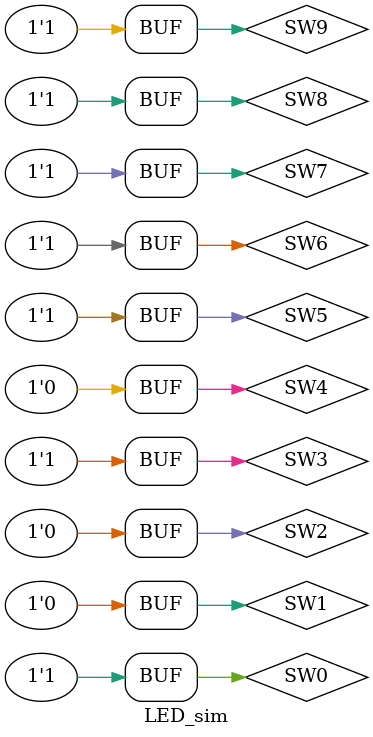
<source format=v>
`timescale 1ns / 1ps


module LED_sim(

    );
    
    //sim inputs
    reg SW0;
    reg SW1;
    reg SW2;
    reg SW3;
    reg SW4;
    reg SW5;
    reg SW6;
    reg SW7;
    reg SW8;
    reg SW9;
    
    //sim outputs
    wire LED0;
    wire LED1;
    wire LED2;
    wire LED3;
    wire LED4;
    wire LED5;
    wire LED6;
    wire LED7;
    wire LED8;
    wire LED9;
    
    password led_sim(SW0, SW1, SW2, SW3, SW4, SW5, SW6, SW7, SW8, SW9, LED0, LED1, LED2, LED3, LED4, LED5, LED6, LED7, LED8, LED9);
    
    initial begin
    SW0 = 1; SW1 = 1; SW2 = 1; SW3 = 1; SW4 = 1; SW5 = 1; SW6 = 1; SW7 = 1;  SW8 = 1; SW9 = 1; #10;
    SW0 = 1; SW1 = 0; SW2 = 1; SW3 = 0; SW4 = 1; SW5 = 1; SW6 = 1; SW7 = 1;  SW8 = 0; SW9 = 1; #10;
    SW0 = 1; SW1 = 1; SW2 = 1; SW3 = 0; SW4 = 1; SW5 = 1; SW6 = 0; SW7 = 1;  SW8 = 1; SW9 = 1; #10;
    SW0 = 1; SW1 = 0; SW2 = 0; SW3 = 1; SW4 = 0; SW5 = 1; SW6 = 1; SW7 = 1;  SW8 = 1; SW9 = 1; #10;
    end
endmodule

</source>
